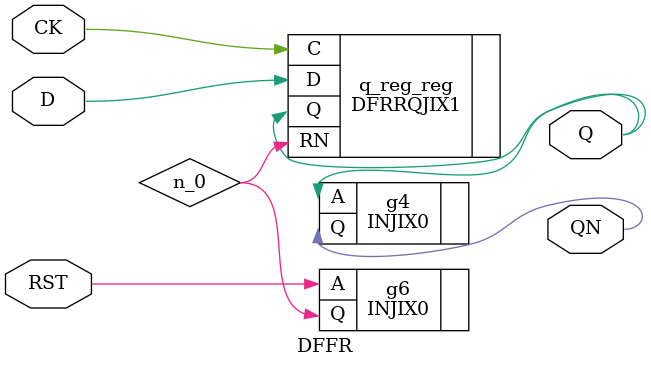
<source format=v>


// Verification Directory fv/DFFR 

module DFFR(RST, CK, D, Q, QN);
  input RST, CK, D;
  output Q, QN;
  wire RST, CK, D;
  wire Q, QN;
  //wire n_0;
  INJIX0 g4(.A (Q), .Q (QN));
  DFRRQJIX1 q_reg_reg(.RN (n_0), .C (CK), .D (D), .Q (Q));
  //DFRRQJIX1 q_reg_reg(.RN (RST), .C (CK), .D (D), .Q (Q));
  INJIX0 g6(.A (RST), .Q (n_0));
endmodule


</source>
